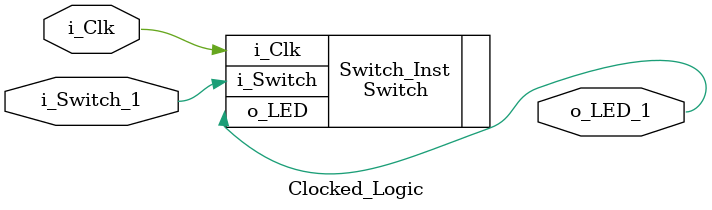
<source format=v>
module Clocked_Logic(
    input i_Clk,
    input i_Switch_1,
    output o_LED_1);

    Switch Switch_Inst
    (.i_Clk(i_Clk), .i_Switch(i_Switch_1), .o_LED(o_LED_1));

endmodule

</source>
